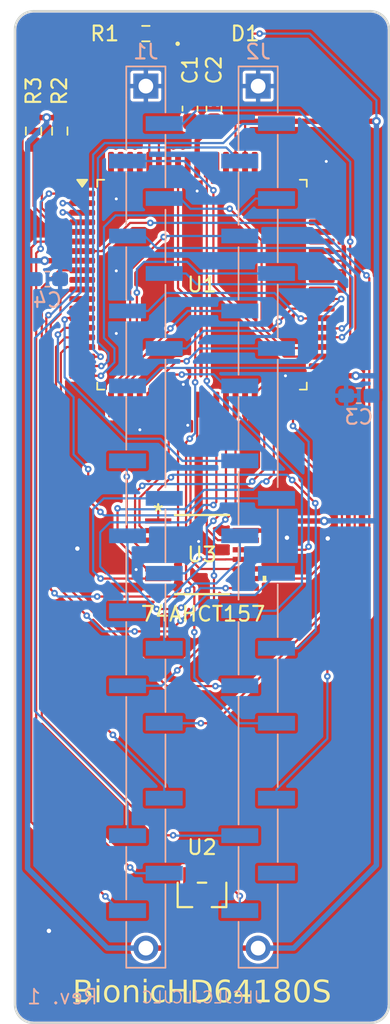
<source format=kicad_pcb>
(kicad_pcb (version 20241229) (generator "pcbnew") (generator_version "9.0")
  (title_block (title "BionicHD64180S") (date "2025-12-15") (rev "1") (company "Tadashi G. Takaoka"))
  (layers (0 "F.Cu" mixed) (2 "B.Cu" mixed) (13 "F.Paste" user) (15 "B.Paste" user) (5 "F.SilkS" user "F.Silkscreen") (7 "B.SilkS" user "B.Silkscreen") (1 "F.Mask" user) (3 "B.Mask" user) (25 "Edge.Cuts" user))
  (net 0 "")
  (net 1 "VCC")
  (net 2 "GND")
  (net 3 "Net-(D1-K)")
  (net 4 "A12")
  (net 5 "D6")
  (net 6 "~{WAIT}")
  (net 7 "A13")
  (net 8 "D3")
  (net 9 "P33")
  (net 10 "D0")
  (net 11 "D7")
  (net 12 "~{RESET}")
  (net 13 "D1")
  (net 14 "P31")
  (net 15 "P32")
  (net 16 "~{INT0}")
  (net 17 "D5")
  (net 18 "D2")
  (net 19 "P30")
  (net 20 "A14")
  (net 21 "A15")
  (net 22 "D4")
  (net 23 "~{NMI}")
  (net 24 "Net-(J2-P57)")
  (net 26 "ASEL")
  (net 27 "~{ME}")
  (net 28 "PHI")
  (net 29 "~{IOE}")
  (net 30 "A4")
  (net 31 "EXTAL")
  (net 32 "~{WR}")
  (net 33 "A6")
  (net 34 "~{BUSREQ}")
  (net 35 "A2")
  (net 36 "A5")
  (net 37 "A7")
  (net 38 "~{LIR}")
  (net 39 "A1")
  (net 40 "~{RD}")
  (net 41 "A3")
  (net 42 "A0")
  (net 43 "~{BUSACK}")
  (net 44 "Net-(U1-~{INT1})")
  (net 45 "Net-(U1-~{INT2})")
  (net 46 "A10")
  (net 47 "A16")
  (net 48 "A17")
  (net 49 "A11")
  (net 50 "A8")
  (net 51 "A19")
  (net 52 "A18")
  (net 53 "A9")
  (footprint "Resistor_SMD:R_0603_1608Metric_Pad0.98x0.95mm_HandSolder" (layer "F.Cu") (at 102.27 78.128 -90)
    (property "Reference" "R3")
    (property "Value" "10k")
  )
  (footprint "ti:PW16-M" (layer "F.Cu") (at 113.7 106.83)
    (property "Reference" "U3")
    (property "Value" "74AHCT157")
  )
  (footprint "rhom:LED_CSL1901UW1_ROM-M" (layer "F.Cu") (at 113.7 71.524)
    (property "Reference" "D1")
    (property "Value" "CSL1901UW1")
  )
  (footprint "Package_QFP:PQFP-80_14x14mm_P0.65mm" (layer "F.Cu") (at 113.7 88.539)
    (property "Reference" "U1")
    (property "Value" "HD64180SH")
  )
  (footprint "Resistor_SMD:R_0603_1608Metric_Pad0.98x0.95mm_HandSolder" (layer "F.Cu") (at 104.048 78.128 -90)
    (property "Reference" "R2")
    (property "Value" "10k")
  )
  (footprint "Resistor_SMD:R_0603_1608Metric_Pad0.98x0.95mm_HandSolder" (layer "F.Cu") (at 109.89 71.524 180)
    (property "Reference" "R1")
    (property "Value" "1.6k")
  )
  (footprint "microchip:SOT-23_MC_MCH-M" (layer "F.Cu") (at 113.7 129.894 180)
    (property "Reference" "U2")
    (property "Value" "11AA010-I/TT")
  )
  (footprint "Capacitor_SMD:C_0603_1608Metric_Pad1.08x0.95mm_HandSolder" (layer "F.Cu") (at 112.8872 76.604 90)
    (property "Reference" "C1")
    (property "Value" "0.1u")
  )
  (footprint "Capacitor_SMD:C_0603_1608Metric_Pad1.08x0.95mm_HandSolder" (layer "F.Cu") (at 114.5128 76.604 90)
    (property "Reference" "C2")
    (property "Value" "22u")
  )
  (footprint "Capacitor_SMD:C_0603_1608Metric_Pad1.08x0.95mm_HandSolder" (layer "B.Cu") (at 103.2109 88.161)
    (property "Reference" "C4")
    (property "Value" "0.1u")
  )
  (footprint "bionic:Bionic-P245_SMT" (layer "B.Cu") (at 117.5308 104.29 180)
    (property "Reference" "J2")
    (property "Value" "Bionic-P245")
  )
  (footprint "bionic:Bionic-P135_SMT" (layer "B.Cu") (at 109.8692 104.29 180)
    (property "Reference" "J1")
    (property "Value" "Bionic-P135")
  )
  (footprint "Capacitor_SMD:C_0603_1608Metric_Pad1.08x0.95mm_HandSolder" (layer "B.Cu") (at 124.3437 96.0604 180)
    (property "Reference" "C3")
    (property "Value" "0.1u")
  )
  (gr_arc (start 102.27 138.58) (mid 101.371974 138.208026) (end 101 137.31) (stroke (width 0.15)) (layer "Edge.Cuts"))
  (gr_line (start 125.13 70) (end 102.27 70) (stroke (width 0.15)) (layer "Edge.Cuts"))
  (gr_line (start 101 137.31) (end 101 71.27) (stroke (width 0.15)) (layer "Edge.Cuts"))
  (gr_arc (start 101 71.27) (mid 101.371974 70.371974) (end 102.27 70) (stroke (width 0.15)) (layer "Edge.Cuts"))
  (gr_line (start 102.27 138.58) (end 125.13 138.58) (stroke (width 0.15)) (layer "Edge.Cuts"))
  (gr_arc (start 125.13 70) (mid 126.028026 70.371974) (end 126.4 71.27) (stroke (width 0.15)) (layer "Edge.Cuts"))
  (gr_arc (start 126.4 137.31) (mid 126.028026 138.208026) (end 125.13 138.58) (stroke (width 0.15)) (layer "Edge.Cuts"))
  (gr_line (start 126.4 137.31) (end 126.4 71.27) (stroke (width 0.15)) (layer "Edge.Cuts"))
  (gr_text "BionicHD64180S" (at 113.7 136.548 0) (layer "F.SilkS") (effects (font (size 1.5 1.5))))
  (gr_text "74AHCT157" (at 113.7762 110.852999 0) (layer "F.SilkS") (effects (font (size 1 1))))
  (gr_text "JLCJLCJLCJLC" (at 113.7 137.31 0) (layer "B.SilkS") (effects (font (size 0.8 0.8)) (justify bottom mirror)))
  (gr_text "Rev. 1" (at 106.715 136.802 0) (layer "B.SilkS") (effects (font (size 1 1)) (justify left mirror)))
  (segment (start 112.7602 133.5) (end 117.51 133.5) (width 0.365) (layer "F.Cu") (net 1))
  (segment (start 117.6116 71.524) (end 114.5763 71.524) (width 0.15) (layer "F.Cu") (net 1))
  (segment (start 112.749999 133.489799) (end 112.7602 133.5) (width 0.365) (layer "F.Cu") (net 1))
  (segment (start 113.675 78.4582) (end 113.675 77.5173) (width 0.365) (layer "F.Cu") (net 1))
  (segment (start 121.9966 104.555001) (end 116.6718 104.555001) (width 0.365) (layer "F.Cu") (net 1))
  (segment (start 124.1392 94.714) (end 124.1394 94.7142) (width 0.365) (layer "F.Cu") (net 1))
  (segment (start 114.5128 77.4665) (end 113.6238 77.4665) (width 0.365) (layer "F.Cu") (net 1))
  (segment (start 113.6238 77.4665) (end 112.8872 77.4665) (width 0.365) (layer "F.Cu") (net 1))
  (segment (start 125.5353 77.4665) (end 116.621 77.4665) (width 0.365) (layer "F.Cu") (net 1))
  (segment (start 115.975 80.414) (end 115.975 77.4665) (width 0.15) (layer "F.Cu") (net 1))
  (segment (start 103.0228 86.9164) (end 105.5726 86.9164) (width 0.365) (layer "F.Cu") (net 1))
  (segment (start 112.749999 128.828) (end 112.749999 133.489799) (width 0.2) (layer "F.Cu") (net 1))
  (segment (start 125.5364 77.4676) (end 125.5353 77.4665) (width 0.365) (layer "F.Cu") (net 1))
  (segment (start 113.375 78.7578) (end 113.675 78.4582) (width 0.365) (layer "F.Cu") (net 1))
  (segment (start 109.89 133.5) (end 112.7602 133.5) (width 0.365) (layer "F.Cu") (net 1))
  (segment (start 113.375 80.414) (end 113.375 78.7578) (width 0.365) (layer "F.Cu") (net 1))
  (segment (start 116.621 77.4665) (end 114.5128 77.4665) (width 0.365) (layer "F.Cu") (net 1))
  (segment (start 121.825 94.714) (end 124.1392 94.714) (width 0.365) (layer "F.Cu") (net 1))
  (segment (start 105.5726 86.9164) (end 105.575 86.914) (width 0.365) (layer "F.Cu") (net 1))
  (segment (start 104.048 77.2155) (end 102.27 77.2155) (width 0.365) (layer "F.Cu") (net 1))
  (segment (start 116.6718 104.555) (end 116.672 104.555) (width 0.365) (layer "F.Cu") (net 1))
  (segment (start 116.625 80.414) (end 116.625 77.4705) (width 0.15) (layer "F.Cu") (net 1))
  (segment (start 116.625 77.4705) (end 116.621 77.4665) (width 0.365) (layer "F.Cu") (net 1))
  (via (at 117.6116 71.524) (size 0.45) (drill 0.2) (layers "F.Cu" "B.Cu") (net 1))
  (via (at 103.0228 86.9164) (size 0.6) (drill 0.3) (layers "F.Cu" "B.Cu") (net 1))
  (via (at 103.159 77.2136) (size 0.6) (drill 0.3) (layers "F.Cu" "B.Cu") (net 1))
  (via (at 125.5364 77.4676) (size 0.6) (drill 0.3) (layers "F.Cu" "B.Cu") (net 1))
  (via (at 121.9966 104.555001) (size 0.6) (drill 0.3) (layers "F.Cu" "B.Cu") (net 1))
  (via (at 124.1394 94.7142) (size 0.6) (drill 0.3) (layers "F.Cu" "B.Cu") (net 1))
  (segment (start 125.5364 76.0452) (end 121.0152 71.524) (width 0.15) (layer "B.Cu") (net 1))
  (segment (start 101.8636 86.9164) (end 101.8636 78.9408) (width 0.365) (layer "B.Cu") (net 1))
  (segment (start 103.0228 86.9164) (end 101.8636 86.9164) (width 0.365) (layer "B.Cu") (net 1))
  (segment (start 109.89 133.5) (end 107.2738 133.5) (width 0.365) (layer "B.Cu") (net 1))
  (segment (start 125.5364 94.7142) (end 125.5364 104.544) (width 0.365) (layer "B.Cu") (net 1))
  (segment (start 101.8636 128.0898) (end 101.8636 86.9164) (width 0.365) (layer "B.Cu") (net 1))
  (segment (start 124.1394 94.7142) (end 125.5364 94.7142) (width 0.365) (layer "B.Cu") (net 1))
  (segment (start 125.5364 77.4676) (end 125.5364 76.0452) (width 0.15) (layer "B.Cu") (net 1))
  (segment (start 125.5364 77.4676) (end 125.5364 94.7142) (width 0.365) (layer "B.Cu") (net 1))
  (segment (start 125.5364 127.8866) (end 119.923 133.5) (width 0.365) (layer "B.Cu") (net 1))
  (segment (start 103.159 77.6454) (end 103.159 77.2136) (width 0.365) (layer "B.Cu") (net 1))
  (segment (start 119.923 133.5) (end 117.51 133.5) (width 0.365) (layer "B.Cu") (net 1))
  (segment (start 121.0152 71.524) (end 117.6116 71.524) (width 0.15) (layer "B.Cu") (net 1))
  (segment (start 103.159 77.6454) (end 101.8636 78.9408) (width 0.365) (layer "B.Cu") (net 1))
  (segment (start 125.5364 104.544) (end 125.5364 127.8866) (width 0.365) (layer "B.Cu") (net 1))
  (segment (start 122.007601 104.544) (end 125.5364 104.544) (width 0.365) (layer "B.Cu") (net 1))
  (segment (start 121.9966 104.555001) (end 122.007601 104.544) (width 0.365) (layer "B.Cu") (net 1))
  (segment (start 107.2738 133.5) (end 101.8636 128.0898) (width 0.365) (layer "B.Cu") (net 1))
  (segment (start 121.825 87.564) (end 123.187 87.564) (width 0.15) (layer "F.Cu") (net 2))
  (segment (start 123.3174 83.014) (end 123.3266 83.0048) (width 0.15) (layer "F.Cu") (net 2))
  (segment (start 121.825 86.914) (end 123.2274 86.914) (width 0.15) (layer "F.Cu") (net 2))
  (segment (start 110.775 80.414) (end 110.775 78.9622) (width 0.15) (layer "F.Cu") (net 2))
  (segment (start 121.825 86.264) (end 123.2424 86.264) (width 0.15) (layer "F.Cu") (net 2))
  (segment (start 121.825 83.014) (end 123.3174 83.014) (width 0.15) (layer "F.Cu") (net 2))
  (segment (start 119.875 80.414) (end 119.875 78.969) (width 0.15) (layer "F.Cu") (net 2))
  (segment (start 119.225 80.414) (end 119.225 78.954) (width 0.15) (layer "F.Cu") (net 2))
  (segment (start 123.187 87.564) (end 123.1996 87.5514) (width 0.15) (layer "F.Cu") (net 2))
  (segment (start 119.225 78.954) (end 119.2118 78.9408) (width 0.15) (layer "F.Cu") (net 2))
  (segment (start 123.2424 86.264) (end 123.2504 86.256) (width 0.15) (layer "F.Cu") (net 2))
  (segment (start 110.125 80.414) (end 110.125 78.9472) (width 0.15) (layer "F.Cu") (net 2))
  (segment (start 110.775 78.9622) (end 110.7536 78.9408) (width 0.15) (layer "F.Cu") (net 2))
  (via (at 107.8834 87.6022) (size 0.45) (drill 0.2) (layers "F.Cu" "B.Cu") (net 2))
  (via (at 107.8834 82.7254) (size 0.45) (drill 0.2) (layers "F.Cu" "B.Cu") (net 2))
  (via (at 109.4836 98.3718) (size 0.45) (drill 0.2) (layers "F.Cu" "B.Cu") (net 2))
  (via (at 122.1328 80.1854) (size 0.45) (drill 0.2) (layers "F.Cu" "B.Cu") (net 2))
  (via (at 122.2344 105.7378) (size 0.6) (drill 0.3) (layers "F.Cu" "B.Cu") (net 2))
  (via (at 112.7348 98.067) (size 0.45) (drill 0.2) (layers "F.Cu" "B.Cu") (net 2))
  (via (at 109.2296 107.846) (size 0.45) (drill 0.2) (layers "F.Cu" "B.Cu") (net 2))
  (via (at 113.3698 82.192) (size 0.45) (drill 0.2) (layers "F.Cu" "B.Cu") (net 2))
  (via (at 105.2418 106.4236) (size 0.6) (drill 0.3) (layers "F.Cu" "B.Cu") (net 2))
  (via (at 119.4658 105.687) (size 0.6) (drill 0.3) (layers "F.Cu" "B.Cu") (net 2))
  (via (at 112.43 95.2984) (size 0.45) (drill 0.2) (layers "F.Cu" "B.Cu") (net 2))
  (via (at 107.8834 91.844) (size 0.45) (drill 0.2) (layers "F.Cu" "B.Cu") (net 2))
  (via (at 119.3642 94.7142) (size 0.45) (drill 0.2) (layers "F.Cu" "B.Cu") (net 2))
  (via (at 113.4714 105.941) (size 0.45) (drill 0.2) (layers "F.Cu" "B.Cu") (net 2))
  (via (at 103.3114 132.3316) (size 0.6) (drill 0.3) (layers "F.Cu" "B.Cu") (net 2))
  (segment (start 110.802 71.524) (end 112.824 71.524) (width 0.15) (layer "F.Cu") (net 3))
  (segment (start 114.475 103.47) (end 114.675 103.27) (width 0.15) (layer "F.Cu") (net 4))
  (segment (start 114.675 103.27) (end 114.675 96.664) (width 0.15) (layer "F.Cu") (net 4))
  (via (at 114.475 103.47) (size 0.45) (drill 0.2) (layers "F.Cu" "B.Cu") (net 4))
  (segment (start 114.475 103.47) (end 113.8088 103.47) (width 0.15) (layer "B.Cu") (net 4))
  (segment (start 108.6454 109.497) (end 108.6454 110.64) (width 0.15) (layer "B.Cu") (net 4))
  (segment (start 106.7912 105.3218) (end 106.7912 107.6428) (width 0.15) (layer "B.Cu") (net 4))
  (segment (start 112.6332 104.6456) (end 107.4674 104.6456) (width 0.15) (layer "B.Cu") (net 4))
  (segment (start 106.7912 107.6428) (end 108.6454 109.497) (width 0.15) (layer "B.Cu") (net 4))
  (segment (start 113.8088 103.47) (end 112.6332 104.6456) (width 0.15) (layer "B.Cu") (net 4))
  (segment (start 107.4674 104.6456) (end 106.7912 105.3218) (width 0.15) (layer "B.Cu") (net 4))
  (segment (start 119.7996 90.164) (end 121.825 90.164) (width 0.15) (layer "F.Cu") (net 5))
  (segment (start 118.9197 91.0439) (end 119.7996 90.164) (width 0.15) (layer "F.Cu") (net 5))
  (via (at 118.9197 91.0439) (size 0.45) (drill 0.2) (layers "F.Cu" "B.Cu") (net 5))
  (segment (start 118.2974 91.6662) (end 113.8101 91.6662) (width 0.15) (layer "B.Cu") (net 5))
  (segment (start 112.6163 92.86) (end 111.1346 92.86) (width 0.15) (layer "B.Cu") (net 5))
  (segment (start 118.9197 91.0439) (end 118.2974 91.6662) (width 0.15) (layer "B.Cu") (net 5))
  (segment (start 113.8101 91.6662) (end 112.6163 92.86) (width 0.15) (layer "B.Cu") (net 5))
  (segment (start 103.6474 82.364) (end 105.575 82.364) (width 0.15) (layer "F.Cu") (net 6))
  (segment (start 103.6416 82.3698) (end 103.6474 82.364) (width 0.15) (layer "F.Cu") (net 6))
  (segment (start 102.4478 121.6636) (end 108.8232 128.039) (width 0.15) (layer "F.Cu") (net 6))
  (segment (start 102.4478 86.4084) (end 102.4478 121.6636) (width 0.15) (layer "F.Cu") (net 6))
  (segment (start 102.7526 86.1036) (end 102.4478 86.4084) (width 0.15) (layer "F.Cu") (net 6))
  (segment (start 103.3114 82.3698) (end 103.6416 82.3698) (width 0.15) (layer "F.Cu") (net 6))
  (via (at 103.3114 82.3698) (size 0.45) (drill 0.2) (layers "F.Cu" "B.Cu") (net 6))
  (via (at 108.8232 128.039) (size 0.45) (drill 0.2) (layers "F.Cu" "B.Cu") (net 6))
  (via (at 102.7526 86.1036) (size 0.45) (drill 0.2) (layers "F.Cu" "B.Cu") (net 6))
  (segment (start 103.3114 82.3698) (end 102.7526 82.9286) (width 0.15) (layer "B.Cu") (net 6))
  (segment (start 108.8232 128.039) (end 109.2042 128.42) (width 0.15) (layer "B.Cu") (net 6))
  (segment (start 102.7526 82.9286) (end 102.7526 86.1036) (width 0.15) (layer "B.Cu") (net 6))
  (segment (start 109.2042 128.42) (end 111.1346 128.42) (width 0.15) (layer "B.Cu") (net 6))
  (segment (start 115.3256 103.6934) (end 114.475 104.544) (width 0.15) (layer "F.Cu") (net 7))
  (segment (start 115.325 96.664) (end 115.3256 96.6646) (width 0.15) (layer "F.Cu") (net 7))
  (segment (start 115.3256 96.6646) (end 115.3256 103.6934) (width 0.15) (layer "F.Cu") (net 7))
  (via (at 114.475 104.544) (size 0.45) (drill 0.2) (layers "F.Cu" "B.Cu") (net 7))
  (segment (start 114.0302 107.2872) (end 111.1418 110.1756) (width 0.15) (layer "B.Cu") (net 7))
  (segment (start 114.473584 104.638205) (end 114.380795 104.638205) (width 0.15) (layer "B.Cu") (net 7))
  (segment (start 114.0302 105.3568) (end 114.0302 107.2872) (width 0.15) (layer "B.Cu") (net 7))
  (segment (start 111.1346 110.1756) (end 111.1346 113.18) (width 0.15) (layer "B.Cu") (net 7))
  (segment (start 114.0302 104.9888) (end 114.475 104.544) (width 0.15) (layer "B.Cu") (net 7))
  (segment (start 114.0302 105.3568) (end 114.0302 104.9888) (width 0.15) (layer "B.Cu") (net 7))
  (segment (start 114.380795 104.638205) (end 114.0302 104.9888) (width 0.15) (layer "B.Cu") (net 7))
  (segment (start 111.1418 110.1756) (end 111.1346 110.1756) (width 0.15) (layer "B.Cu") (net 7))
  (segment (start 121.83732 92.10168) (end 121.825 92.114) (width 0.15) (layer "F.Cu") (net 8))
  (segment (start 123.199674 92.10168) (end 121.83732 92.10168) (width 0.15) (layer "F.Cu") (net 8))
  (via (at 123.199674 92.10168) (size 0.45) (drill 0.2) (layers "F.Cu" "B.Cu") (net 8))
  (segment (start 108.6454 85.24) (end 109.8138 85.24) (width 0.15) (layer "B.Cu") (net 8))
  (segment (start 123.907 91.420209) (end 123.225529 92.10168) (width 0.15) (layer "B.Cu") (net 8))
  (segment (start 121.9048 86.0534) (end 123.907 88.0556) (width 0.15) (layer "B.Cu") (net 8))
  (segment (start 110.6272 86.0534) (end 121.9048 86.0534) (width 0.15) (layer "B.Cu") (net 8))
  (segment (start 123.907 88.0556) (end 123.907 91.420209) (width 0.15) (layer "B.Cu") (net 8))
  (segment (start 109.8138 85.24) (end 110.6272 86.0534) (width 0.15) (layer "B.Cu") (net 8))
  (segment (start 123.225529 92.10168) (end 123.199674 92.10168) (width 0.15) (layer "B.Cu") (net 8))
  (segment (start 115.3033 107.155) (end 116.6718 107.155) (width 0.15) (layer "F.Cu") (net 9))
  (segment (start 113.522899 107.134101) (end 113.548998 107.1602) (width 0.15) (layer "F.Cu") (net 9))
  (segment (start 113.548998 107.1602) (end 115.2981 107.1602) (width 0.15) (layer "F.Cu") (net 9))
  (segment (start 115.2981 107.1602) (end 115.3033 107.155) (width 0.15) (layer "F.Cu") (net 9))
  (via (at 113.522899 107.134101) (size 0.45) (drill 0.2) (layers "F.Cu" "B.Cu") (net 9))
  (segment (start 112.557 108.1) (end 111.1346 108.1) (width 0.15) (layer "B.Cu") (net 9))
  (segment (start 113.522899 107.134101) (end 112.557 108.1) (width 0.15) (layer "B.Cu") (net 9))
  (segment (start 123.7584 85.621) (end 123.7584 93.3172) (width 0.15) (layer "F.Cu") (net 10))
  (segment (start 123.7584 93.3172) (end 123.0116 94.064) (width 0.15) (layer "F.Cu") (net 10))
  (segment (start 123.0116 94.064) (end 121.825 94.064) (width 0.15) (layer "F.Cu") (net 10))
  (via (at 123.7584 85.621) (size 0.45) (drill 0.2) (layers "F.Cu" "B.Cu") (net 10))
  (segment (start 123.7584 85.621) (end 123.7584 80.2108) (width 0.15) (layer "B.Cu") (net 10))
  (segment (start 112.43 77.62) (end 111.1346 77.62) (width 0.15) (layer "B.Cu") (net 10))
  (segment (start 120.2786 76.731) (end 113.319 76.731) (width 0.15) (layer "B.Cu") (net 10))
  (segment (start 123.7584 80.2108) (end 120.2786 76.731) (width 0.15) (layer "B.Cu") (net 10))
  (segment (start 113.319 76.731) (end 112.43 77.62) (width 0.15) (layer "B.Cu") (net 10))
  (segment (start 123.1488 89.5072) (end 122.5758 89.5072) (width 0.15) (layer "F.Cu") (net 11))
  (segment (start 122.5758 89.5072) (end 122.569 89.514) (width 0.15) (layer "F.Cu") (net 11))
  (segment (start 122.569 89.514) (end 121.825 89.514) (width 0.15) (layer "F.Cu") (net 11))
  (via (at 123.1488 89.5072) (size 0.45) (drill 0.2) (layers "F.Cu" "B.Cu") (net 11))
  (segment (start 110.906 94.1808) (end 120.9898 94.1808) (width 0.15) (layer "B.Cu") (net 11))
  (segment (start 108.6454 95.4) (end 109.6868 95.4) (width 0.15) (layer "B.Cu") (net 11))
  (segment (start 121.8534 93.3172) (end 121.8534 90.8026) (width 0.15) (layer "B.Cu") (net 11))
  (segment (start 120.9898 94.1808) (end 121.8534 93.3172) (width 0.15) (layer "B.Cu") (net 11))
  (segment (start 121.8534 90.8026) (end 123.1488 89.5072) (width 0.15) (layer "B.Cu") (net 11))
  (segment (start 109.6868 95.4) (end 110.906 94.1808) (width 0.15) (layer "B.Cu") (net 11))
  (segment (start 105.575 85.614) (end 105.568 85.621) (width 0.15) (layer "F.Cu") (net 12))
  (segment (start 102.1176 86.0274) (end 102.1176 124.9656) (width 0.15) (layer "F.Cu") (net 12))
  (segment (start 105.568 85.621) (end 102.524 85.621) (width 0.15) (layer "F.Cu") (net 12))
  (segment (start 102.1176 124.9656) (end 107.1468 129.9948) (width 0.15) (layer "F.Cu") (net 12))
  (segment (start 102.524 85.621) (end 102.1176 86.0274) (width 0.15) (layer "F.Cu") (net 12))
  (via (at 107.1468 129.9948) (size 0.45) (drill 0.2) (layers "F.Cu" "B.Cu") (net 12))
  (segment (start 107.1468 129.9948) (end 108.112 130.96) (width 0.15) (layer "B.Cu") (net 12))
  (segment (start 108.112 130.96) (end 108.6454 130.96) (width 0.15) (layer "B.Cu") (net 12))
  (segment (start 114.475 82.1412) (end 114.475 88.6058) (width 0.15) (layer "F.Cu") (net 13))
  (segment (start 119.2832 93.414) (end 121.825 93.414) (width 0.15) (layer "F.Cu") (net 13))
  (segment (start 114.475 88.6058) (end 119.2832 93.414) (width 0.15) (layer "F.Cu") (net 13))
  (via (at 114.475 82.1412) (size 0.45) (drill 0.2) (layers "F.Cu" "B.Cu") (net 13))
  (segment (start 114.475 82.1412) (end 112.4938 80.16) (width 0.15) (layer "B.Cu") (net 13))
  (segment (start 112.4938 80.16) (end 108.6454 80.16) (width 0.15) (layer "B.Cu") (net 13))
  (segment (start 108.6365 108.455) (end 110.7282 108.455) (width 0.15) (layer "F.Cu") (net 14))
  (segment (start 108.6359 108.4556) (end 108.6365 108.455) (width 0.15) (layer "F.Cu") (net 14))
  (segment (start 106.8166 108.4556) (end 108.6359 108.4556) (width 0.15) (layer "F.Cu") (net 14))
  (via (at 106.8166 108.4556) (size 0.45) (drill 0.2) (layers "F.Cu" "B.Cu") (net 14))
  (segment (start 106.3145 103.7418) (end 107.0363 103.02) (width 0.15) (layer "B.Cu") (net 14))
  (segment (start 106.8166 108.4556) (end 106.3145 107.9535) (width 0.15) (layer "B.Cu") (net 14))
  (segment (start 107.0363 103.02) (end 111.1346 103.02) (width 0.15) (layer "B.Cu") (net 14))
  (segment (start 106.3145 107.9535) (end 106.3145 103.7418) (width 0.15) (layer "B.Cu") (net 14))
  (segment (start 111.6002 110.5214) (end 110.6239 110.5214) (width 0.15) (layer "F.Cu") (net 15))
  (segment (start 112.289925 110.427629) (end 112.088699 110.427629) (width 0.15) (layer "F.Cu") (net 15))
  (segment (start 112.088699 110.427629) (end 111.993928 110.5224) (width 0.15) (layer "F.Cu") (net 15))
  (segment (start 111.6332 110.5224) (end 111.6172 110.5384) (width 0.15) (layer "F.Cu") (net 15))
  (segment (start 115.3002 109.105) (end 116.6718 109.105) (width 0.15) (layer "F.Cu") (net 15))
  (segment (start 111.6172 110.5384) (end 111.6002 110.5214) (width 0.15) (layer "F.Cu") (net 15))
  (segment (start 111.993928 110.5224) (end 111.6332 110.5224) (width 0.15) (layer "F.Cu") (net 15))
  (via (at 112.289925 110.427629) (size 0.45) (drill 0.2) (layers "F.Cu" "B.Cu") (net 15))
  (via (at 110.6239 110.5214) (size 0.45) (drill 0.2) (layers "F.Cu" "B.Cu") (net 15))
  (via (at 115.3002 109.105) (size 0.45) (drill 0.2) (layers "F.Cu" "B.Cu") (net 15))
  (segment (start 113.612554 109.105) (end 112.289925 110.427629) (width 0.15) (layer "B.Cu") (net 15))
  (segment (start 108.6454 108.5064) (end 108.6454 105.56) (width 0.15) (layer "B.Cu") (net 15))
  (segment (start 115.3002 109.105) (end 113.612554 109.105) (width 0.15) (layer "B.Cu") (net 15))
  (segment (start 110.6239 110.5214) (end 110.6239 110.4849) (width 0.15) (layer "B.Cu") (net 15))
  (segment (start 110.6239 110.4849) (end 108.6454 108.5064) (width 0.15) (layer "B.Cu") (net 15))
  (segment (start 103.1336 90.747594) (end 103.2788 90.602393) (width 0.15) (layer "F.Cu") (net 16))
  (segment (start 107.6548 119.0474) (end 103.1336 114.5262) (width 0.15) (layer "F.Cu") (net 16))
  (segment (start 104.2512 83.6398) (end 104.2766 83.6652) (width 0.15) (layer "F.Cu") (net 16))
  (segment (start 103.1336 114.5262) (end 103.1336 90.747594) (width 0.15) (layer "F.Cu") (net 16))
  (segment (start 104.8861 83.6652) (end 104.8873 83.664) (width 0.15) (layer "F.Cu") (net 16))
  (segment (start 104.8873 83.664) (end 105.575 83.664) (width 0.15) (layer "F.Cu") (net 16))
  (segment (start 104.2766 83.6652) (end 104.8861 83.6652) (width 0.15) (layer "F.Cu") (net 16))
  (via (at 103.2788 90.602393) (size 0.45) (drill 0.2) (layers "F.Cu" "B.Cu") (net 16))
  (via (at 107.6548 119.0474) (size 0.45) (drill 0.2) (layers "F.Cu" "B.Cu") (net 16))
  (via (at 104.2512 83.6398) (size 0.45) (drill 0.2) (layers "F.Cu" "B.Cu") (net 16))
  (segment (start 103.278801 90.602394) (end 103.410006 90.602394) (width 0.15) (layer "B.Cu") (net 16))
  (segment (start 105.1656 84.2748) (end 104.5306 83.6398) (width 0.15) (layer "B.Cu") (net 16))
  (segment (start 111.1346 122.5526) (end 111.1346 123.34) (width 0.15) (layer "B.Cu") (net 16))
  (segment (start 107.6548 119.0474) (end 107.6548 119.0728) (width 0.15) (layer "B.Cu") (net 16))
  (segment (start 103.410006 90.602394) (end 105.1656 88.8468) (width 0.15) (layer "B.Cu") (net 16))
  (segment (start 107.6548 119.0728) (end 111.1346 122.5526) (width 0.15) (layer "B.Cu") (net 16))
  (segment (start 104.5306 83.6398) (end 104.2512 83.6398) (width 0.15) (layer "B.Cu") (net 16))
  (segment (start 103.2788 90.602393) (end 103.278801 90.602394) (width 0.15) (layer "B.Cu") (net 16))
  (segment (start 105.1656 88.8468) (end 105.1656 84.2748) (width 0.15) (layer "B.Cu") (net 16))
  (segment (start 121.1234 90.828) (end 121.1374 90.814) (width 0.15) (layer "F.Cu") (net 17))
  (segment (start 120.4056 90.828) (end 121.1234 90.828) (width 0.15) (layer "F.Cu") (net 17))
  (segment (start 121.1374 90.814) (end 121.825 90.814) (width 0.15) (layer "F.Cu") (net 17))
  (via (at 120.4056 90.828) (size 0.45) (drill 0.2) (layers "F.Cu" "B.Cu") (net 17))
  (segment (start 110.0424 90.32) (end 108.6454 90.32) (width 0.15) (layer "B.Cu") (net 17))
  (segment (start 118.6276 89.1008) (end 111.2616 89.1008) (width 0.15) (layer "B.Cu") (net 17))
  (segment (start 120.4056 90.828) (end 120.3548 90.828) (width 0.15) (layer "B.Cu") (net 17))
  (segment (start 120.3548 90.828) (end 118.6276 89.1008) (width 0.15) (layer "B.Cu") (net 17))
  (segment (start 111.2616 89.1008) (end 110.0424 90.32) (width 0.15) (layer "B.Cu") (net 17))
  (segment (start 115.5796 83.393) (end 115.5868 83.393) (width 0.15) (layer "F.Cu") (net 18))
  (segment (start 117.7438 85.55) (end 117.7438 91.392) (width 0.15) (layer "F.Cu") (net 18))
  (segment (start 121.7502 92.8388) (end 121.825 92.764) (width 0.15) (layer "F.Cu") (net 18))
  (segment (start 119.1906 92.8388) (end 121.7502 92.8388) (width 0.15) (layer "F.Cu") (net 18))
  (segment (start 115.5868 83.393) (end 117.7438 85.55) (width 0.15) (layer "F.Cu") (net 18))
  (segment (start 117.7438 91.392) (end 119.1906 92.8388) (width 0.15) (layer "F.Cu") (net 18))
  (via (at 115.5796 83.393) (size 0.45) (drill 0.2) (layers "F.Cu" "B.Cu") (net 18))
  (segment (start 112.9198 83.393) (end 112.2268 82.7) (width 0.15) (layer "B.Cu") (net 18))
  (segment (start 112.2268 82.7) (end 111.1346 82.7) (width 0.15) (layer "B.Cu") (net 18))
  (segment (start 115.5796 83.393) (end 112.9198 83.393) (width 0.15) (layer "B.Cu") (net 18))
  (segment (start 109.6125 106.505) (end 110.7282 106.505) (width 0.15) (layer "F.Cu") (net 19))
  (segment (start 108.5946 105.4871) (end 109.6125 106.505) (width 0.15) (layer "F.Cu") (net 19))
  (segment (start 108.5946 101.5468) (end 108.5946 105.4871) (width 0.15) (layer "F.Cu") (net 19))
  (via (at 108.5946 101.5468) (size 0.45) (drill 0.2) (layers "F.Cu" "B.Cu") (net 19))
  (segment (start 108.5946 100.5308) (end 108.6454 100.48) (width 0.15) (layer "B.Cu") (net 19))
  (segment (start 108.5946 101.5468) (end 108.5946 100.5308) (width 0.15) (layer "B.Cu") (net 19))
  (segment (start 115.2875 104.4551) (end 115.2945 104.4551) (width 0.15) (layer "F.Cu") (net 20))
  (segment (start 115.2945 104.4551) (end 115.975 103.7746) (width 0.15) (layer "F.Cu") (net 20))
  (segment (start 114.5128 112.1894) (end 114.5128 108.255) (width 0.15) (layer "F.Cu") (net 20))
  (segment (start 112.0236 114.6786) (end 114.5128 112.1894) (width 0.15) (layer "F.Cu") (net 20))
  (segment (start 115.975 103.7746) (end 115.975 96.664) (width 0.15) (layer "F.Cu") (net 20))
  (via (at 112.0236 114.6786) (size 0.45) (drill 0.2) (layers "F.Cu" "B.Cu") (net 20))
  (via (at 114.5128 108.255) (size 0.45) (drill 0.2) (layers "F.Cu" "B.Cu") (net 20))
  (via (at 115.2875 104.4551) (size 0.45) (drill 0.2) (layers "F.Cu" "B.Cu") (net 20))
  (segment (start 112.0236 114.6786) (end 110.9822 115.72) (width 0.15) (layer "B.Cu") (net 20))
  (segment (start 114.5128 108.255) (end 114.5128 105.2298) (width 0.15) (layer "B.Cu") (net 20))
  (segment (start 114.5128 105.2298) (end 115.2875 104.4551) (width 0.15) (layer "B.Cu") (net 20))
  (segment (start 110.9822 115.72) (end 108.6454 115.72) (width 0.15) (layer "B.Cu") (net 20))
  (segment (start 117.7941 95.4254) (end 117.275 95.9445) (width 0.15) (layer "F.Cu") (net 21))
  (segment (start 117.275 95.9445) (end 117.275 96.664) (width 0.15) (layer "F.Cu") (net 21))
  (segment (start 124.0632 108.735) (end 124.0632 99.21) (width 0.15) (layer "F.Cu") (net 21))
  (segment (start 124.0632 99.21) (end 120.2786 95.4254) (width 0.15) (layer "F.Cu") (net 21))
  (segment (start 114.5382 118.26) (end 124.0632 108.735) (width 0.15) (layer "F.Cu") (net 21))
  (segment (start 120.2786 95.4254) (end 117.7941 95.4254) (width 0.15) (layer "F.Cu") (net 21))
  (segment (start 113.6238 118.26) (end 114.5382 118.26) (width 0.15) (layer "F.Cu") (net 21))
  (via (at 113.6238 118.26) (size 0.45) (drill 0.2) (layers "F.Cu" "B.Cu") (net 21))
  (segment (start 113.6238 118.26) (end 111.1346 118.26) (width 0.15) (layer "B.Cu") (net 21))
  (segment (start 122.6877 91.464) (end 121.825 91.464) (width 0.15) (layer "F.Cu") (net 22))
  (segment (start 123.187599 91.501799) (end 122.725499 91.501799) (width 0.15) (layer "F.Cu") (net 22))
  (segment (start 122.725499 91.501799) (end 122.6877 91.464) (width 0.15) (layer "F.Cu") (net 22))
  (via (at 123.187599 91.501799) (size 0.45) (drill 0.2) (layers "F.Cu" "B.Cu") (net 22))
  (segment (start 112.6163 87.78) (end 111.1346 87.78) (width 0.15) (layer "B.Cu") (net 22))
  (segment (start 113.343 88.5067) (end 112.6163 87.78) (width 0.15) (layer "B.Cu") (net 22))
  (segment (start 123.606 89.2786) (end 122.8341 88.5067) (width 0.15) (layer "B.Cu") (net 22))
  (segment (start 123.262401 91.501799) (end 123.606 91.1582) (width 0.15) (layer "B.Cu") (net 22))
  (segment (start 123.187599 91.501799) (end 123.262401 91.501799) (width 0.15) (layer "B.Cu") (net 22))
  (segment (start 122.8341 88.5067) (end 113.343 88.5067) (width 0.15) (layer "B.Cu") (net 22))
  (segment (start 123.606 91.1582) (end 123.606 89.2786) (width 0.15) (layer "B.Cu") (net 22))
  (segment (start 104.2512 83.014) (end 105.575 83.014) (width 0.15) (layer "F.Cu") (net 23))
  (via (at 104.2512 83.014) (size 0.45) (drill 0.2) (layers "F.Cu" "B.Cu") (net 23))
  (segment (start 104.616 83.014) (end 105.4666 83.8646) (width 0.15) (layer "B.Cu") (net 23))
  (segment (start 105.4666 83.8646) (end 105.4666 89.050989) (width 0.15) (layer "B.Cu") (net 23))
  (segment (start 105.4666 89.050989) (end 102.3548 92.162789) (width 0.15) (layer "B.Cu") (net 23))
  (segment (start 104.2512 83.014) (end 104.616 83.014) (width 0.15) (layer "B.Cu") (net 23))
  (segment (start 102.3548 92.162789) (end 102.3548 117.4304) (width 0.15) (layer "B.Cu") (net 23))
  (segment (start 108.6454 123.721) (end 108.6454 125.88) (width 0.15) (layer "B.Cu") (net 23))
  (segment (start 102.3548 117.4304) (end 108.6454 123.721) (width 0.15) (layer "B.Cu") (net 23))
  (segment (start 114.65 128.828) (end 115.124 128.828) (width 0.15) (layer "F.Cu") (net 24))
  (segment (start 115.124 128.828) (end 116.265 129.969) (width 0.15) (layer "F.Cu") (net 24))
  (via (at 116.265 129.969) (size 0.45) (drill 0.2) (layers "F.Cu" "B.Cu") (net 24))
  (segment (start 116.2654 130.96) (end 116.265 130.96) (width 0.15) (layer "B.Cu") (net 24))
  (segment (start 116.265 129.969) (end 116.265 130.96) (width 0.15) (layer "B.Cu") (net 24))
  (segment (start 110.7282 102.4612) (end 110.7282 104.555001) (width 0.15) (layer "F.Cu") (net 26))
  (segment (start 111.5918 101.5976) (end 110.7282 102.4612) (width 0.15) (layer "F.Cu") (net 26))
  (segment (start 121.389 103.343) (end 121.389 103.3502) (width 0.15) (layer "F.Cu") (net 26))
  (segment (start 119.8214 101.7754) (end 121.389 103.343) (width 0.15) (layer "F.Cu") (net 26))
  (via (at 121.389 103.3502) (size 0.45) (drill 0.2) (layers "F.Cu" "B.Cu") (net 26))
  (via (at 111.5918 101.5976) (size 0.45) (drill 0.2) (layers "F.Cu" "B.Cu") (net 26))
  (via (at 119.8214 101.7754) (size 0.45) (drill 0.2) (layers "F.Cu" "B.Cu") (net 26))
  (segment (start 111.5918 101.5088) (end 111.5918 101.5976) (width 0.15) (layer "B.Cu") (net 26))
  (segment (start 120.2363 113.18) (end 118.7546 113.18) (width 0.15) (layer "B.Cu") (net 26))
  (segment (start 121.4216 111.9947) (end 120.2363 113.18) (width 0.15) (layer "B.Cu") (net 26))
  (segment (start 119.4658 101.4198) (end 111.6808 101.4198) (width 0.15) (layer "B.Cu") (net 26))
  (segment (start 119.8214 101.7754) (end 119.4658 101.4198) (width 0.15) (layer "B.Cu") (net 26))
  (segment (start 121.4216 103.3657) (end 121.4216 111.9947) (width 0.15) (layer "B.Cu") (net 26))
  (segment (start 121.4061 103.3502) (end 121.4216 103.3657) (width 0.15) (layer "B.Cu") (net 26))
  (segment (start 111.6808 101.4198) (end 111.5918 101.5088) (width 0.15) (layer "B.Cu") (net 26))
  (segment (start 121.389 103.3502) (end 121.4061 103.3502) (width 0.15) (layer "B.Cu") (net 26))
  (segment (start 112.245952 111.319552) (end 111.528504 112.037) (width 0.15) (layer "F.Cu") (net 27))
  (segment (start 103.794 92.7584) (end 104.4384 92.114) (width 0.15) (layer "F.Cu") (net 27))
  (segment (start 104.4384 92.114) (end 105.575 92.114) (width 0.15) (layer "F.Cu") (net 27))
  (segment (start 111.528504 112.037) (end 109.128 112.037) (width 0.15) (layer "F.Cu") (net 27))
  (segment (start 103.794 108.8874) (end 103.794 92.7584) (width 0.15) (layer "F.Cu") (net 27))
  (segment (start 105.8768 110.9702) (end 103.794 108.8874) (width 0.15) (layer "F.Cu") (net 27))
  (via (at 112.245952 111.319552) (size 0.45) (drill 0.2) (layers "F.Cu" "B.Cu") (net 27))
  (via (at 105.8768 110.9702) (size 0.45) (drill 0.2) (layers "F.Cu" "B.Cu") (net 27))
  (via (at 109.128 112.037) (size 0.45) (drill 0.2) (layers "F.Cu" "B.Cu") (net 27))
  (segment (start 106.9436 112.037) (end 105.8768 110.9702) (width 0.15) (layer "B.Cu") (net 27))
  (segment (start 112.245952 111.319552) (end 113.992304 109.5732) (width 0.15) (layer "B.Cu") (net 27))
  (segment (start 118.7546 108.1254) (end 118.7546 108.1) (width 0.15) (layer "B.Cu") (net 27))
  (segment (start 117.3068 109.5732) (end 118.7546 108.1254) (width 0.15) (layer "B.Cu") (net 27))
  (segment (start 113.992304 109.5732) (end 117.3068 109.5732) (width 0.15) (layer "B.Cu") (net 27))
  (segment (start 109.128 112.037) (end 106.9436 112.037) (width 0.15) (layer "B.Cu") (net 27))
  (segment (start 114.025 95.0626) (end 114.025 80.414) (width 0.15) (layer "F.Cu") (net 28))
  (via (at 114.025 95.0626) (size 0.45) (drill 0.2) (layers "F.Cu" "B.Cu") (net 28))
  (segment (start 116.2654 110.64) (end 118.7038 110.64) (width 0.15) (layer "B.Cu") (net 28))
  (segment (start 114.025 95.2932) (end 114.025 95.0626) (width 0.15) (layer "B.Cu") (net 28))
  (segment (start 118.7038 110.64) (end 120.4818 108.862) (width 0.15) (layer "B.Cu") (net 28))
  (segment (start 120.4818 101.75) (end 114.025 95.2932) (width 0.15) (layer "B.Cu") (net 28))
  (segment (start 120.4818 108.862) (end 120.4818 101.75) (width 0.15) (layer "B.Cu") (net 28))
  (segment (start 104.1242 108.5572) (end 111.3124 115.7454) (width 0.15) (layer "F.Cu") (net 29))
  (segment (start 111.3124 115.7454) (end 114.6144 115.7454) (width 0.15) (layer "F.Cu") (net 29))
  (segment (start 105.575 92.764) (end 104.525 92.764) (width 0.15) (layer "F.Cu") (net 29))
  (segment (start 104.1242 93.1648) (end 104.1242 108.5572) (width 0.15) (layer "F.Cu") (net 29))
  (segment (start 104.525 92.764) (end 104.1242 93.1648) (width 0.15) (layer "F.Cu") (net 29))
  (via (at 114.6144 115.7454) (size 0.45) (drill 0.2) (layers "F.Cu" "B.Cu") (net 29))
  (segment (start 116.24 115.7454) (end 116.2654 115.72) (width 0.15) (layer "B.Cu") (net 29))
  (segment (start 114.6144 115.7454) (end 116.24 115.7454) (width 0.15) (layer "B.Cu") (net 29))
  (segment (start 109.2804 89.0754) (end 109.2804 94.161522) (width 0.15) (layer "F.Cu") (net 30))
  (segment (start 108.1628 95.279122) (end 108.1628 96.6518) (width 0.15) (layer "F.Cu") (net 30))
  (segment (start 108.1628 96.6518) (end 108.175 96.664) (width 0.15) (layer "F.Cu") (net 30))
  (segment (start 109.2804 94.161522) (end 108.1628 95.279122) (width 0.15) (layer "F.Cu") (net 30))
  (via (at 109.2804 89.0754) (size 0.45) (drill 0.2) (layers "F.Cu" "B.Cu") (net 30))
  (segment (start 109.2804 89.0754) (end 109.2804 87.484098) (width 0.15) (layer "B.Cu") (net 30))
  (segment (start 109.2804 87.484098) (end 109.771898 86.9926) (width 0.15) (layer "B.Cu") (net 30))
  (segment (start 113.4714 87.78) (end 118.7546 87.78) (width 0.15) (layer "B.Cu") (net 30))
  (segment (start 112.684 86.9926) (end 113.4714 87.78) (width 0.15) (layer "B.Cu") (net 30))
  (segment (start 109.771898 86.9926) (end 112.684 86.9926) (width 0.15) (layer "B.Cu") (net 30))
  (segment (start 113.1796 109.0782) (end 112.6191 108.5177) (width 0.15) (layer "F.Cu") (net 31))
  (segment (start 113.2428 89.939) (end 112.075 88.7712) (width 0.15) (layer "F.Cu") (net 31))
  (segment (start 112.6191 108.5177) (end 112.6191 99.2241) (width 0.15) (layer "F.Cu") (net 31))
  (segment (start 113.1796 112.0878) (end 113.1796 109.0782) (width 0.15) (layer "F.Cu") (net 31))
  (segment (start 113.2428 95.1501) (end 113.2428 89.939) (width 0.15) (layer "F.Cu") (net 31))
  (segment (start 113.2358 95.1571) (end 113.2428 95.1501) (width 0.15) (layer "F.Cu") (net 31))
  (segment (start 112.075 88.7712) (end 112.075 80.414) (width 0.15) (layer "F.Cu") (net 31))
  (segment (start 112.6191 99.2241) (end 112.868 98.9752) (width 0.15) (layer "F.Cu") (net 31))
  (via (at 112.868 98.9752) (size 0.45) (drill 0.2) (layers "F.Cu" "B.Cu") (net 31))
  (via (at 113.1796 112.0878) (size 0.45) (drill 0.2) (layers "F.Cu" "B.Cu") (net 31))
  (via (at 113.2358 95.1571) (size 0.45) (drill 0.2) (layers "F.Cu" "B.Cu") (net 31))
  (segment (start 113.2358 95.1571) (end 113.2358 98.6074) (width 0.15) (layer "B.Cu") (net 31))
  (segment (start 113.2358 98.6074) (end 112.868 98.9752) (width 0.15) (layer "B.Cu") (net 31))
  (segment (start 116.2654 118.26) (end 118.7546 118.26) (width 0.15) (layer "B.Cu") (net 31))
  (segment (start 113.1796 115.1742) (end 116.2654 118.26) (width 0.15) (layer "B.Cu") (net 31))
  (segment (start 113.1796 112.0878) (end 113.1796 115.1742) (width 0.15) (layer "B.Cu") (net 31))
  (segment (start 104.3772 91.464) (end 105.575 91.464) (width 0.15) (layer "F.Cu") (net 32))
  (segment (start 105.9784 101.0388) (end 105.9784 103.1153) (width 0.15) (layer "F.Cu") (net 32))
  (segment (start 103.921 91.9202) (end 104.3772 91.464) (width 0.15) (layer "F.Cu") (net 32))
  (segment (start 105.9784 103.1153) (end 106.806 103.9429) (width 0.15) (layer "F.Cu") (net 32))
  (via (at 105.9784 101.0388) (size 0.45) (drill 0.2) (layers "F.Cu" "B.Cu") (net 32))
  (via (at 103.921 91.9202) (size 0.45) (drill 0.2) (layers "F.Cu" "B.Cu") (net 32))
  (via (at 106.806 103.9429) (size 0.45) (drill 0.2) (layers "F.Cu" "B.Cu") (net 32))
  (segment (start 103.921 91.9202) (end 103.921 95.0952) (width 0.15) (layer "B.Cu") (net 32))
  (segment (start 106.806 103.9429) (end 107.0363 104.1732) (width 0.15) (layer "B.Cu") (net 32))
  (segment (start 113.7254 103.02) (end 118.7546 103.02) (width 0.15) (layer "B.Cu") (net 32))
  (segment (start 104.9878 96.162) (end 104.9878 100.0482) (width 0.15) (layer "B.Cu") (net 32))
  (segment (start 104.9878 100.0482) (end 105.9784 101.0388) (width 0.15) (layer "B.Cu") (net 32))
  (segment (start 107.0363 104.1732) (end 112.5722 104.1732) (width 0.15) (layer "B.Cu") (net 32))
  (segment (start 103.921 95.0952) (end 104.9878 96.162) (width 0.15) (layer "B.Cu") (net 32))
  (segment (start 112.5722 104.1732) (end 113.7254 103.02) (width 0.15) (layer "B.Cu") (net 32))
  (segment (start 111.9855 93.7236) (end 110.125 95.5841) (width 0.15) (layer "F.Cu") (net 33))
  (segment (start 110.125 95.5841) (end 110.125 96.664) (width 0.15) (layer "F.Cu") (net 33))
  (segment (start 112.6586 93.7236) (end 111.9855 93.7236) (width 0.15) (layer "F.Cu") (net 33))
  (via (at 112.6586 93.7236) (size 0.45) (drill 0.2) (layers "F.Cu" "B.Cu") (net 33))
  (segment (start 112.6586 93.7236) (end 113.5222 92.86) (width 0.15) (layer "B.Cu") (net 33))
  (segment (start 113.5222 92.86) (end 118.7546 92.86) (width 0.15) (layer "B.Cu") (net 33))
  (segment (start 125.0538 110.9194) (end 125.0538 88.1003) (width 0.15) (layer "F.Cu") (net 34))
  (segment (start 108.8232 84.351) (end 106.9102 86.264) (width 0.15) (layer "F.Cu") (net 34))
  (segment (start 125.0538 88.1003) (end 124.8605 87.907) (width 0.15) (layer "F.Cu") (net 34))
  (segment (start 122.209 113.7642) (end 125.0538 110.9194) (width 0.15) (layer "F.Cu") (net 34))
  (segment (start 110.1948 84.351) (end 108.8232 84.351) (width 0.15) (layer "F.Cu") (net 34))
  (segment (start 106.9102 86.264) (end 105.575 86.264) (width 0.15) (layer "F.Cu") (net 34))
  (segment (start 122.209 115.085) (end 122.209 113.7642) (width 0.15) (layer "F.Cu") (net 34))
  (via (at 122.209 115.085) (size 0.45) (drill 0.2) (layers "F.Cu" "B.Cu") (net 34))
  (via (at 110.1948 84.351) (size 0.45) (drill 0.2) (layers "F.Cu" "B.Cu") (net 34))
  (via (at 124.8605 87.907) (size 0.45) (drill 0.2) (layers "F.Cu" "B.Cu") (net 34))
  (segment (start 110.1948 84.351) (end 121.3045 84.351) (width 0.15) (layer "B.Cu") (net 34))
  (segment (start 118.7546 122.7558) (end 118.7546 123.34) (width 0.15) (layer "B.Cu") (net 34))
  (segment (start 122.209 115.085) (end 122.209 119.3014) (width 0.15) (layer "B.Cu") (net 34))
  (segment (start 121.3045 84.351) (end 124.8605 87.907) (width 0.15) (layer "B.Cu") (net 34))
  (segment (start 122.209 119.3014) (end 118.7546 122.7558) (width 0.15) (layer "B.Cu") (net 34))
  (segment (start 105.575 94.714) (end 106.8418 94.714) (width 0.15) (layer "F.Cu") (net 35))
  (segment (start 106.8418 94.714) (end 106.842 94.7142) (width 0.15) (layer "F.Cu") (net 35))
  (via (at 106.842 94.7142) (size 0.45) (drill 0.2) (layers "F.Cu" "B.Cu") (net 35))
  (segment (start 106.842 94.7142) (end 106.844811 94.7142) (width 0.15) (layer "B.Cu") (net 35))
  (segment (start 106.844811 94.7142) (end 107.7564 93.802611) (width 0.15) (layer "B.Cu") (net 35))
  (segment (start 107.7564 93.802611) (end 107.7564 92.86) (width 0.15) (layer "B.Cu") (net 35))
  (segment (start 107.7564 92.86) (end 107.0452 92.1488) (width 0.15) (layer "B.Cu") (net 35))
  (segment (start 107.0452 92.1488) (end 107.0452 84.6332) (width 0.15) (layer "B.Cu") (net 35))
  (segment (start 117.3322 82.7) (end 118.7546 82.7) (width 0.15) (layer "B.Cu") (net 35))
  (segment (start 107.8354 83.843) (end 116.1892 83.843) (width 0.15) (layer "B.Cu") (net 35))
  (segment (start 107.0452 84.6332) (end 107.8354 83.843) (width 0.15) (layer "B.Cu") (net 35))
  (segment (start 116.1892 83.843) (end 117.3322 82.7) (width 0.15) (layer "B.Cu") (net 35))
  (segment (start 108.825 96.664) (end 108.825 95.0426) (width 0.15) (layer "F.Cu") (net 36))
  (segment (start 111.555 91.576) (end 111.555 91.5039) (width 0.15) (layer "F.Cu") (net 36))
  (segment (start 109.5814 94.2862) (end 109.5814 93.5496) (width 0.15) (layer "F.Cu") (net 36))
  (segment (start 109.5814 93.5496) (end 111.555 91.576) (width 0.15) (layer "F.Cu") (net 36))
  (segment (start 108.825 95.0426) (end 109.5814 94.2862) (width 0.15) (layer "F.Cu") (net 36))
  (via (at 111.555 91.5039) (size 0.45) (drill 0.2) (layers "F.Cu" "B.Cu") (net 36))
  (segment (start 112.7348 90.32) (end 116.2654 90.32) (width 0.15) (layer "B.Cu") (net 36))
  (segment (start 111.555 91.5039) (end 111.555 91.4998) (width 0.15) (layer "B.Cu") (net 36))
  (segment (start 111.555 91.4998) (end 112.7348 90.32) (width 0.15) (layer "B.Cu") (net 36))
  (segment (start 111.503978 94.6308) (end 110.775 95.359778) (width 0.15) (layer "F.Cu") (net 37))
  (segment (start 110.775 95.359778) (end 110.775 96.664) (width 0.15) (layer "F.Cu") (net 37))
  (segment (start 112.3284 94.6308) (end 111.503978 94.6308) (width 0.15) (layer "F.Cu") (net 37))
  (via (at 112.3284 94.6308) (size 0.45) (drill 0.2) (layers "F.Cu" "B.Cu") (net 37))
  (segment (start 114.4874 94.6126) (end 115.2748 95.4) (width 0.15) (layer "B.Cu") (net 37))
  (segment (start 115.2748 95.4) (end 116.2654 95.4) (width 0.15) (layer "B.Cu") (net 37))
  (segment (start 112.3466 94.6126) (end 114.4874 94.6126) (width 0.15) (layer "B.Cu") (net 37))
  (segment (start 112.3284 94.6308) (end 112.3466 94.6126) (width 0.15) (layer "B.Cu") (net 37))
  (segment (start 112.323899 109.6748) (end 112.7296 109.269099) (width 0.15) (layer "F.Cu") (net 38))
  (segment (start 103.4346 109.1884) (end 103.4346 108.942) (width 0.15) (layer "F.Cu") (net 38))
  (segment (start 103.4346 108.942) (end 103.4384 108.9382) (width 0.15) (layer "F.Cu") (net 38))
  (segment (start 103.4384 108.9382) (end 103.4384 91.1836) (width 0.15) (layer "F.Cu") (net 38))
  (segment (start 106.588 109.6748) (end 112.323899 109.6748) (width 0.15) (layer "F.Cu") (net 38))
  (segment (start 104.742 88.864) (end 105.575 88.864) (width 0.15) (layer "F.Cu") (net 38))
  (segment (start 104.0988 90.5232) (end 104.0988 89.5072) (width 0.15) (layer "F.Cu") (net 38))
  (segment (start 103.6924 109.4462) (end 103.4346 109.1884) (width 0.15) (layer "F.Cu") (net 38))
  (segment (start 103.4384 91.1836) (end 104.0988 90.5232) (width 0.15) (layer "F.Cu") (net 38))
  (segment (start 104.0988 89.5072) (end 104.742 88.864) (width 0.15) (layer "F.Cu") (net 38))
  (via (at 112.7296 109.269099) (size 0.45) (drill 0.2) (layers "F.Cu" "B.Cu") (net 38))
  (via (at 103.6924 109.4462) (size 0.45) (drill 0.2) (layers "F.Cu" "B.Cu") (net 38))
  (via (at 106.588 109.6748) (size 0.45) (drill 0.2) (layers "F.Cu" "B.Cu") (net 38))
  (segment (start 114.6652 108.7858) (end 116.2654 107.1856) (width 0.15) (layer "B.Cu") (net 38))
  (segment (start 112.7296 109.269099) (end 112.827 109.171699) (width 0.15) (layer "B.Cu") (net 38))
  (segment (start 116.2654 107.1856) (end 116.2654 105.56) (width 0.15) (layer "B.Cu") (net 38))
  (segment (start 112.827 109.171699) (end 112.827 109.1414) (width 0.15) (layer "B.Cu") (net 38))
  (segment (start 112.827 109.1414) (end 113.1826 108.7858) (width 0.15) (layer "B.Cu") (net 38))
  (segment (start 113.1826 108.7858) (end 114.6652 108.7858) (width 0.15) (layer "B.Cu") (net 38))
  (segment (start 103.921 109.6748) (end 103.6924 109.4462) (width 0.15) (layer "B.Cu") (net 38))
  (segment (start 106.588 109.6748) (end 103.921 109.6748) (width 0.15) (layer "B.Cu") (net 38))
  (segment (start 106.8674 94.0538) (end 105.5852 94.0538) (width 0.15) (layer "F.Cu") (net 39))
  (segment (start 105.5852 94.0538) (end 105.575 94.064) (width 0.15) (layer "F.Cu") (net 39))
  (via (at 106.8674 94.0538) (size 0.45) (drill 0.2) (layers "F.Cu" "B.Cu") (net 39))
  (segment (start 106.9944 94.0538) (end 106.8674 94.0538) (width 0.15) (layer "B.Cu") (net 39))
  (segment (start 115.3472 79.2418) (end 107.3566 79.2418) (width 0.15) (layer "B.Cu") (net 39))
  (segment (start 107.35 93.1648) (end 107.35 93.6982) (width 0.15) (layer "B.Cu") (net 39))
  (segment (start 106.6388 79.9596) (end 106.6388 92.4536) (width 0.15) (layer "B.Cu") (net 39))
  (segment (start 107.35 93.6982) (end 106.9944 94.0538) (width 0.15) (layer "B.Cu") (net 39))
  (segment (start 116.2654 80.16) (end 115.3472 79.2418) (width 0.15) (layer "B.Cu") (net 39))
  (segment (start 106.6388 92.4536) (end 107.35 93.1648) (width 0.15) (layer "B.Cu") (net 39))
  (segment (start 107.3566 79.2418) (end 106.6388 79.9596) (width 0.15) (layer "B.Cu") (net 39))
  (segment (start 104.4798 90.8026) (end 105.5636 90.8026) (width 0.15) (layer "F.Cu") (net 40))
  (segment (start 105.5636 90.8026) (end 105.575 90.814) (width 0.15) (layer "F.Cu") (net 40))
  (segment (start 104.3782 90.9042) (end 104.4798 90.8026) (width 0.15) (layer "F.Cu") (net 40))
  (via (at 104.3782 90.9042) (size 0.45) (drill 0.2) (layers "F.Cu" "B.Cu") (net 40))
  (segment (start 112.3792 100.48) (end 116.2654 100.48) (width 0.15) (layer "B.Cu") (net 40))
  (segment (start 104.3782 90.9042) (end 104.3782 94.8172) (width 0.15) (layer "B.Cu") (net 40))
  (segment (start 108.5424 98.9814) (end 110.8806 98.9814) (width 0.15) (layer "B.Cu") (net 40))
  (segment (start 110.8806 98.9814) (end 112.3792 100.48) (width 0.15) (layer "B.Cu") (net 40))
  (segment (start 104.3782 94.8172) (end 108.5424 98.9814) (width 0.15) (layer "B.Cu") (net 40))
  (segment (start 107.5278 95.4762) (end 107.5278 96.6612) (width 0.15) (layer "F.Cu") (net 41))
  (segment (start 108.8232 94.1808) (end 107.5278 95.4762) (width 0.15) (layer "F.Cu") (net 41))
  (segment (start 111.1004 85.3074) (end 108.8232 87.5846) (width 0.15) (layer "F.Cu") (net 41))
  (segment (start 107.5278 96.6612) (end 107.525 96.664) (width 0.15) (layer "F.Cu") (net 41))
  (segment (start 108.8232 87.5846) (end 108.8232 94.1808) (width 0.15) (layer "F.Cu") (net 41))
  (via (at 111.1004 85.3074) (size 0.45) (drill 0.2) (layers "F.Cu" "B.Cu") (net 41))
  (segment (start 111.1678 85.24) (end 116.2654 85.24) (width 0.15) (layer "B.Cu") (net 41))
  (segment (start 111.1004 85.3074) (end 111.1678 85.24) (width 0.15) (layer "B.Cu") (net 41))
  (segment (start 105.5798 93.4188) (end 105.575 93.414) (width 0.15) (layer "F.Cu") (net 42))
  (segment (start 106.8166 93.4188) (end 105.5798 93.4188) (width 0.15) (layer "F.Cu") (net 42))
  (via (at 106.8166 93.4188) (size 0.45) (drill 0.2) (layers "F.Cu" "B.Cu") (net 42))
  (segment (start 116.4432 77.6454) (end 115.1478 78.9408) (width 0.15) (layer "B.Cu") (net 42))
  (segment (start 106.3086 79.7282) (end 106.3086 92.9108) (width 0.15) (layer "B.Cu") (net 42))
  (segment (start 115.1478 78.9408) (end 107.096 78.9408) (width 0.15) (layer "B.Cu") (net 42))
  (segment (start 118.7292 77.6454) (end 116.4432 77.6454) (width 0.15) (layer "B.Cu") (net 42))
  (segment (start 118.7546 77.62) (end 118.7292 77.6454) (width 0.15) (layer "B.Cu") (net 42))
  (segment (start 106.3086 92.9108) (end 106.8166 93.4188) (width 0.15) (layer "B.Cu") (net 42))
  (segment (start 107.096 78.9408) (end 106.3086 79.7282) (width 0.15) (layer "B.Cu") (net 42))
  (segment (start 102.8288 117.8028) (end 102.8288 88.7452) (width 0.15) (layer "F.Cu") (net 43))
  (segment (start 111.7442 125.8546) (end 110.8806 125.8546) (width 0.15) (layer "F.Cu") (net 43))
  (segment (start 110.8806 125.8546) (end 102.8288 117.8028) (width 0.15) (layer "F.Cu") (net 43))
  (segment (start 102.8288 88.7452) (end 104.01 87.564) (width 0.15) (layer "F.Cu") (net 43))
  (segment (start 104.01 87.564) (end 105.575 87.564) (width 0.15) (layer "F.Cu") (net 43))
  (via (at 111.7442 125.8546) (size 0.45) (drill 0.2) (layers "F.Cu" "B.Cu") (net 43))
  (segment (start 111.7442 125.8546) (end 111.7696 125.88) (width 0.15) (layer "B.Cu") (net 43))
  (segment (start 111.7696 125.88) (end 116.2654 125.88) (width 0.15) (layer "B.Cu") (net 43))
  (segment (start 103.7824 84.314) (end 105.575 84.314) (width 0.15) (layer "F.Cu") (net 44))
  (segment (start 103.1844 79.906) (end 102.8288 80.2616) (width 0.15) (layer "F.Cu") (net 44))
  (segment (start 103.1844 79.9041) (end 103.1844 79.906) (width 0.15) (layer "F.Cu") (net 44))
  (segment (start 102.8288 80.2616) (end 102.8288 83.341122) (width 0.15) (layer "F.Cu") (net 44))
  (segment (start 104.048 79.0405) (end 103.1844 79.9041) (width 0.15) (layer "F.Cu") (net 44))
  (segment (start 103.1844 83.716) (end 103.7824 84.314) (width 0.15) (layer "F.Cu") (net 44))
  (segment (start 103.1844 83.696722) (end 103.1844 83.716) (width 0.15) (layer "F.Cu") (net 44))
  (segment (start 102.8288 83.341122) (end 103.1844 83.696722) (width 0.15) (layer "F.Cu") (net 44))
  (segment (start 104.026 84.964) (end 105.575 84.964) (width 0.15) (layer "F.Cu") (net 45))
  (segment (start 102.27 83.208) (end 102.8834 83.8214) (width 0.15) (layer "F.Cu") (net 45))
  (segment (start 103.677 84.615) (end 104.026 84.964) (width 0.15) (layer "F.Cu") (net 45))
  (segment (start 102.27 79.0405) (end 102.27 83.208) (width 0.15) (layer "F.Cu") (net 45))
  (segment (start 103.657722 84.615) (end 103.677 84.615) (width 0.15) (layer "F.Cu") (net 45))
  (segment (start 102.8834 83.840678) (end 103.657722 84.615) (width 0.15) (layer "F.Cu") (net 45))
  (segment (start 102.8834 83.8214) (end 102.8834 83.840678) (width 0.15) (layer "F.Cu") (net 45))
  (segment (start 113.375 99.3318) (end 112.9208 99.786) (width 0.15) (layer "F.Cu") (net 46))
  (segment (start 112.9208 99.786) (end 112.9208 107.1684) (width 0.15) (layer "F.Cu") (net 46))
  (segment (start 113.5574 107.805) (end 116.6718 107.805) (width 0.15) (layer "F.Cu") (net 46))
  (segment (start 113.375 96.664) (end 113.375 99.3318) (width 0.15) (layer "F.Cu") (net 46))
  (segment (start 112.9208 107.1684) (end 113.5574 107.805) (width 0.15) (layer "F.Cu") (net 46))
  (segment (start 109.6125 105.855) (end 110.7282 105.855) (width 0.15) (layer "F.Cu") (net 47))
  (segment (start 117.109404 101.8698) (end 117.925 101.054204) (width 0.15) (layer "F.Cu") (net 47))
  (segment (start 109.1583 102.658102) (end 109.1583 105.4008) (width 0.15) (layer "F.Cu") (net 47))
  (segment (start 109.648001 102.168401) (end 109.1583 102.658102) (width 0.15) (layer "F.Cu") (net 47))
  (segment (start 109.1583 105.4008) (end 109.6125 105.855) (width 0.15) (layer "F.Cu") (net 47))
  (segment (start 117.925 101.054204) (end 117.925 96.664) (width 0.15) (layer "F.Cu") (net 47))
  (via (at 117.109404 101.8698) (size 0.45) (drill 0.2) (layers "F.Cu" "B.Cu") (net 47))
  (via (at 109.648001 102.168401) (size 0.45) (drill 0.2) (layers "F.Cu" "B.Cu") (net 47))
  (segment (start 109.761602 102.0548) (end 116.9258 102.0548) (width 0.15) (layer "B.Cu") (net 47))
  (segment (start 116.9258 102.0548) (end 117.109404 101.871196) (width 0.15) (layer "B.Cu") (net 47))
  (segment (start 117.109404 101.871196) (end 117.109404 101.8698) (width 0.15) (layer "B.Cu") (net 47))
  (segment (start 109.648001 102.168401) (end 109.761602 102.0548) (width 0.15) (layer "B.Cu") (net 47))
  (segment (start 107.9687 105.8231) (end 107.9687 103.6952) (width 0.15) (layer "F.Cu") (net 48))
  (segment (start 118.575 101.3454) (end 118.575 96.664) (width 0.15) (layer "F.Cu") (net 48))
  (segment (start 109.9506 107.805) (end 107.9687 105.8231) (width 0.15) (layer "F.Cu") (net 48))
  (segment (start 110.7282 107.805) (end 109.9506 107.805) (width 0.15) (layer "F.Cu") (net 48))
  (segment (start 118.0688 101.8698) (end 118.0688 101.8516) (width 0.15) (layer "F.Cu") (net 48))
  (segment (start 118.0688 101.8516) (end 118.575 101.3454) (width 0.15) (layer "F.Cu") (net 48))
  (via (at 107.9687 103.6952) (size 0.45) (drill 0.2) (layers "F.Cu" "B.Cu") (net 48))
  (via (at 118.0688 101.8698) (size 0.45) (drill 0.2) (layers "F.Cu" "B.Cu") (net 48))
  (segment (start 118.0688 101.8698) (end 117.7458 101.8698) (width 0.15) (layer "B.Cu") (net 48))
  (segment (start 117.7458 101.8698) (end 117.172 102.4436) (width 0.15) (layer "B.Cu") (net 48))
  (segment (start 108.0341 103.7606) (end 107.9687 103.6952) (width 0.15) (layer "B.Cu") (net 48))
  (segment (start 117.172 102.4436) (end 113.8446 102.4436) (width 0.15) (layer "B.Cu") (net 48))
  (segment (start 113.8446 102.4436) (end 112.5276 103.7606) (width 0.15) (layer "B.Cu") (net 48))
  (segment (start 112.5276 103.7606) (end 108.0341 103.7606) (width 0.15) (layer "B.Cu") (net 48))
  (segment (start 114.7824 105.855) (end 114.025 105.0976) (width 0.15) (layer "F.Cu") (net 49))
  (segment (start 116.6718 105.855) (end 114.7824 105.855) (width 0.15) (layer "F.Cu") (net 49))
  (segment (start 114.025 105.0976) (end 114.025 96.664) (width 0.15) (layer "F.Cu") (net 49))
  (segment (start 109.4593 102.9935) (end 109.4593 104.8742) (width 0.15) (layer "F.Cu") (net 50))
  (segment (start 111.4394 101.0134) (end 109.4593 102.9935) (width 0.15) (layer "F.Cu") (net 50))
  (segment (start 109.4593 104.8742) (end 109.790099 105.204999) (width 0.15) (layer "F.Cu") (net 50))
  (segment (start 111.4394 96.6784) (end 111.4394 101.0134) (width 0.15) (layer "F.Cu") (net 50))
  (segment (start 109.790099 105.204999) (end 110.7282 105.204999) (width 0.15) (layer "F.Cu") (net 50))
  (segment (start 111.425 96.664) (end 111.4394 96.6784) (width 0.15) (layer "F.Cu") (net 50))
  (segment (start 119.875 98.1178) (end 119.875 96.664) (width 0.15) (layer "F.Cu") (net 51))
  (segment (start 120.7234 106.505) (end 116.6718 106.505) (width 0.15) (layer "F.Cu") (net 51))
  (segment (start 120.9318 106.2966) (end 120.7234 106.505) (width 0.15) (layer "F.Cu") (net 51))
  (via (at 120.9318 106.2966) (size 0.45) (drill 0.2) (layers "F.Cu" "B.Cu") (net 51))
  (via (at 119.875 98.1178) (size 0.45) (drill 0.2) (layers "F.Cu" "B.Cu") (net 51))
  (segment (start 120.9318 105.5092) (end 120.9318 106.2966) (width 0.15) (layer "B.Cu") (net 51))
  (segment (start 120.939 105.502) (end 120.9318 105.5092) (width 0.15) (layer "B.Cu") (net 51))
  (segment (start 119.875 98.1206) (end 120.939 99.1846) (width 0.15) (layer "B.Cu") (net 51))
  (segment (start 120.939 99.1846) (end 120.939 105.502) (width 0.15) (layer "B.Cu") (net 51))
  (segment (start 119.875 98.1178) (end 119.875 98.1206) (width 0.15) (layer "B.Cu") (net 51))
  (segment (start 120.8634 108.455) (end 116.6718 108.455) (width 0.15) (layer "F.Cu") (net 52))
  (segment (start 119.225 96.664) (end 119.225 98.9184) (width 0.15) (layer "F.Cu") (net 52))
  (segment (start 123.1954 102.8888) (end 123.1954 106.123) (width 0.15) (layer "F.Cu") (net 52))
  (segment (start 119.225 98.9184) (end 123.1954 102.8888) (width 0.15) (layer "F.Cu") (net 52))
  (segment (start 123.1954 106.123) (end 120.8634 108.455) (width 0.15) (layer "F.Cu") (net 52))
  (segment (start 111.724 107.155) (end 112.0744 106.8046) (width 0.15) (layer "F.Cu") (net 53))
  (segment (start 112.0744 96.6646) (end 112.075 96.664) (width 0.15) (layer "F.Cu") (net 53))
  (segment (start 112.0744 106.8046) (end 112.0744 96.6646) (width 0.15) (layer "F.Cu") (net 53))
  (segment (start 110.7282 107.155) (end 111.724 107.155) (width 0.15) (layer "F.Cu") (net 53))
  (zone (net 0) (net_name "") (layer "F.Cu") (connect_pads (clearance 0)) (min_thickness 0.25)
    (keepout (tracks allowed) (vias allowed) (pads allowed) (copperpour not_allowed) (footprints allowed))
    (fill (thermal_gap 0.5) (thermal_bridge_width 0.5))
    (polygon (pts (xy 120.7612 88.0086) (xy 123.1742 88.0086) (xy 123.1742 85.8242) (xy 120.7612 85.8242)))
  )
  (zone (net 0) (net_name "") (layer "F.Cu") (connect_pads (clearance 0)) (min_thickness 0.25)
    (keepout (tracks allowed) (vias allowed) (pads allowed) (copperpour not_allowed) (footprints allowed))
    (fill (thermal_gap 0.5) (thermal_bridge_width 0.5))
    (polygon (pts (xy 109.6868 79.017) (xy 111.2362 79.017) (xy 111.2108 81.4554) (xy 109.6614 81.4554)))
  )
  (zone (net 0) (net_name "") (layer "F.Cu") (connect_pads (clearance 0)) (min_thickness 0.25)
    (keepout (tracks allowed) (vias allowed) (pads allowed) (copperpour not_allowed) (footprints allowed))
    (fill (thermal_gap 0.5) (thermal_bridge_width 0.5))
    (polygon (pts (xy 120.7358 82.573) (xy 120.7358 83.462) (xy 123.1996 83.462) (xy 123.1996 82.4968) (xy 120.7104 82.4968)))
  )
  (zone (net 0) (net_name "") (layer "F.Cu") (connect_pads (clearance 0)) (min_thickness 0.25)
    (keepout (tracks allowed) (vias allowed) (pads allowed) (copperpour not_allowed) (footprints allowed))
    (fill (thermal_gap 0.5) (thermal_bridge_width 0.5))
    (polygon (pts (xy 118.78 79.0424) (xy 120.3548 79.0424) (xy 120.3548 81.557) (xy 118.78 81.557)))
  )
  (zone (net 2) (net_name "GND") (layers "F.Cu" "B.Cu") (connect_pads (clearance 0.2)) (min_thickness 0.2) (fill yes (thermal_gap 0.2) (thermal_bridge_width 0.3))
    (polygon (pts (xy 101 70) (xy 126.4 70) (xy 126.4 138.58) (xy 101 138.58)))
  )
)
</source>
